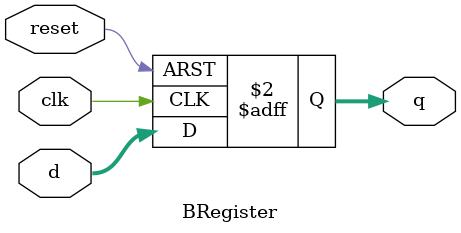
<source format=v>
`timescale 1ns / 1ps
module BRegister(
    input clk,
    input reset,
    input [31:0] d,
    output reg [31:0] q
    );

always @(posedge clk or posedge reset)
	if(reset)
		q <= 32'b0;
	else	
		q <= d;

endmodule

</source>
